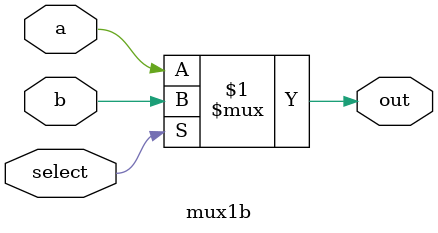
<source format=v>
module mux1b (
	input a ,
	input b ,
	input select ,
	output reg out
	);
	assign out = (select) ? b : a ;
endmodule

</source>
